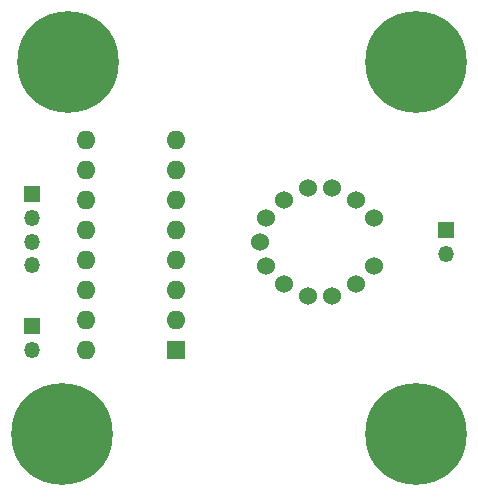
<source format=gbr>
%TF.GenerationSoftware,KiCad,Pcbnew,5.1.9*%
%TF.CreationDate,2021-03-09T01:37:29+01:00*%
%TF.ProjectId,nixie_stand,6e697869-655f-4737-9461-6e642e6b6963,rev?*%
%TF.SameCoordinates,Original*%
%TF.FileFunction,Soldermask,Bot*%
%TF.FilePolarity,Negative*%
%FSLAX46Y46*%
G04 Gerber Fmt 4.6, Leading zero omitted, Abs format (unit mm)*
G04 Created by KiCad (PCBNEW 5.1.9) date 2021-03-09 01:37:29*
%MOMM*%
%LPD*%
G01*
G04 APERTURE LIST*
%ADD10O,1.600000X1.600000*%
%ADD11R,1.600000X1.600000*%
%ADD12O,1.350000X1.350000*%
%ADD13R,1.350000X1.350000*%
%ADD14C,1.524000*%
%ADD15C,8.600000*%
G04 APERTURE END LIST*
D10*
%TO.C,U1*%
X77724000Y-70104000D03*
X85344000Y-52324000D03*
X77724000Y-67564000D03*
X85344000Y-54864000D03*
X77724000Y-65024000D03*
X85344000Y-57404000D03*
X77724000Y-62484000D03*
X85344000Y-59944000D03*
X77724000Y-59944000D03*
X85344000Y-62484000D03*
X77724000Y-57404000D03*
X85344000Y-65024000D03*
X77724000Y-54864000D03*
X85344000Y-67564000D03*
X77724000Y-52324000D03*
D11*
X85344000Y-70104000D03*
%TD*%
D12*
%TO.C,J3*%
X73152000Y-70072000D03*
D13*
X73152000Y-68072000D03*
%TD*%
D12*
%TO.C,J2*%
X108204000Y-61944000D03*
D13*
X108204000Y-59944000D03*
%TD*%
D14*
%TO.C,V1*%
X100584000Y-57404000D03*
X98552000Y-56388000D03*
X96520000Y-56388000D03*
X94488000Y-57404000D03*
X92964000Y-58928000D03*
X92456000Y-60960000D03*
X92964000Y-62992000D03*
X94488000Y-64516000D03*
X96520000Y-65532000D03*
X98552000Y-65532000D03*
X100584000Y-64516000D03*
X102108000Y-62992000D03*
X102108000Y-58928000D03*
%TD*%
D15*
%TO.C,H4*%
X75692000Y-77216000D03*
%TD*%
%TO.C,H3*%
X105664000Y-77216000D03*
%TD*%
%TO.C,H2*%
X105664000Y-45720000D03*
%TD*%
%TO.C,H1*%
X76200000Y-45720000D03*
%TD*%
D12*
%TO.C,J1*%
X73152000Y-62896000D03*
X73152000Y-60896000D03*
X73152000Y-58896000D03*
D13*
X73152000Y-56896000D03*
%TD*%
M02*

</source>
